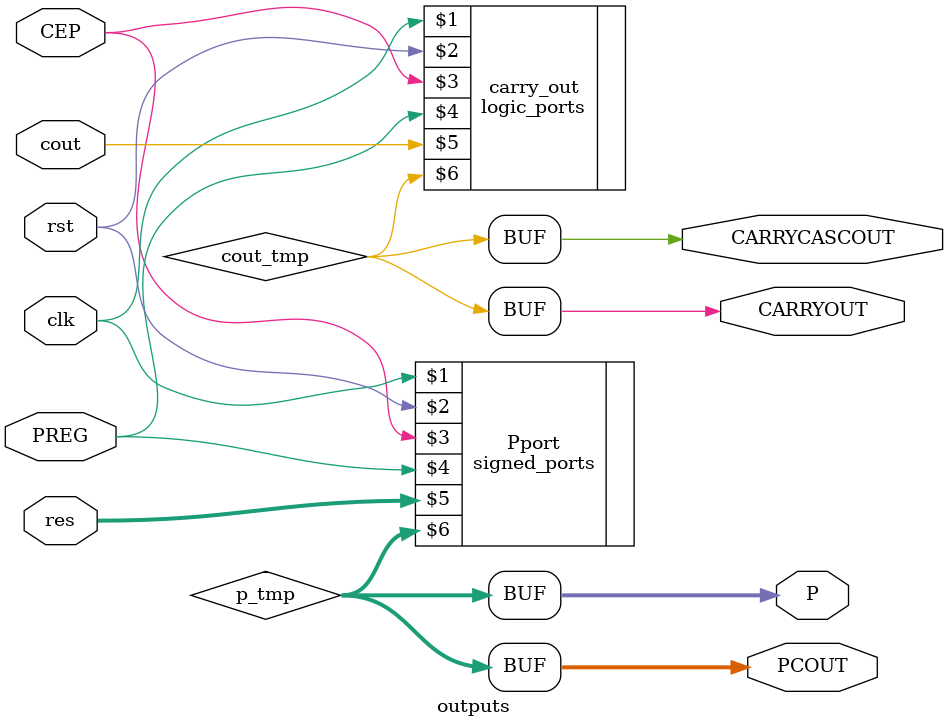
<source format=v>
module outputs(
	
	input								clk,
	input								rst,
	input								CEP,
	input								PREG,
	input								cout,
	input	signed		[47:0]			res,
	output	signed		[47:0]			P,
	output	signed		[47:0]			PCOUT,
	output								CARRYOUT,
	output								CARRYCASCOUT
	);

wire signed [47:0]	p_tmp;
wire				cout_tmp;
// P Port AND CASCADED
signed_ports Pport(clk,rst,CEP,PREG,res,p_tmp);
assign P = p_tmp;
assign PCOUT = p_tmp;

// CARRY OUT AND CASCADED
logic_ports #(1) carry_out(clk,rst,CEP,PREG,cout,cout_tmp);
assign CARRYOUT = cout_tmp;
assign CARRYCASCOUT = cout_tmp;

endmodule 

</source>
